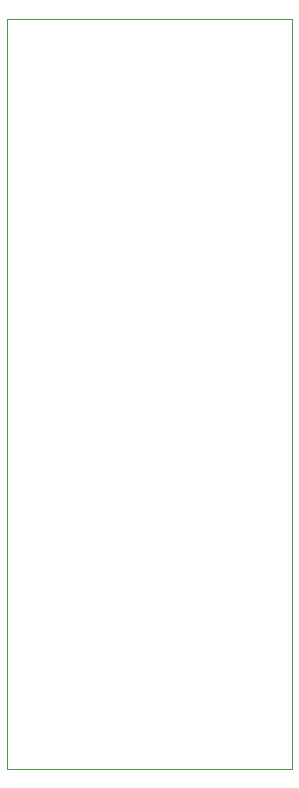
<source format=gbr>
G04 #@! TF.GenerationSoftware,KiCad,Pcbnew,9.0.6*
G04 #@! TF.CreationDate,2025-12-22T23:05:57+03:00*
G04 #@! TF.ProjectId,RainLight,5261696e-4c69-4676-9874-2e6b69636164,rev?*
G04 #@! TF.SameCoordinates,Original*
G04 #@! TF.FileFunction,Profile,NP*
%FSLAX46Y46*%
G04 Gerber Fmt 4.6, Leading zero omitted, Abs format (unit mm)*
G04 Created by KiCad (PCBNEW 9.0.6) date 2025-12-22 23:05:57*
%MOMM*%
%LPD*%
G01*
G04 APERTURE LIST*
G04 #@! TA.AperFunction,Profile*
%ADD10C,0.050000*%
G04 #@! TD*
G04 APERTURE END LIST*
D10*
X96913700Y-43332400D02*
X121018300Y-43332400D01*
X121018300Y-106832400D01*
X96913700Y-106832400D01*
X96913700Y-43332400D01*
M02*

</source>
